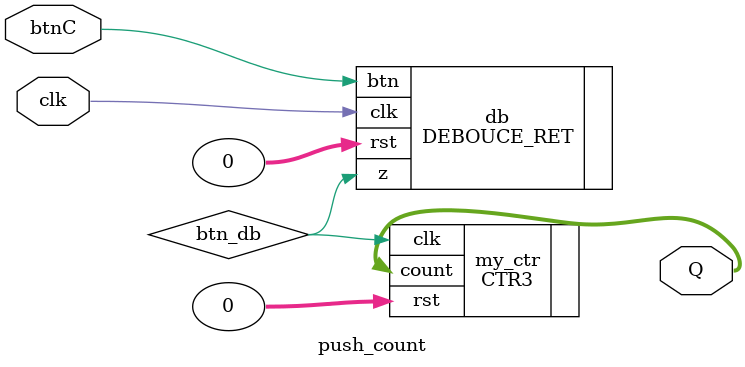
<source format=sv>
`timescale 1ns / 1ps


module push_count(
	input clk,
	input btnC,
	output [2:0] Q
	);

	// local signals
	logic  btn_db;
	
	// debounce switch, resulting in a single pulse
	DEBOUCE_RET  db ( .clk(clk), .rst(0), .btn(btnC), .z(btn_db) );
	
	// instantiate module to limit values
	CTR3  my_ctr ( .clk(btn_db), .rst(0), .count(Q) );

endmodule


</source>
